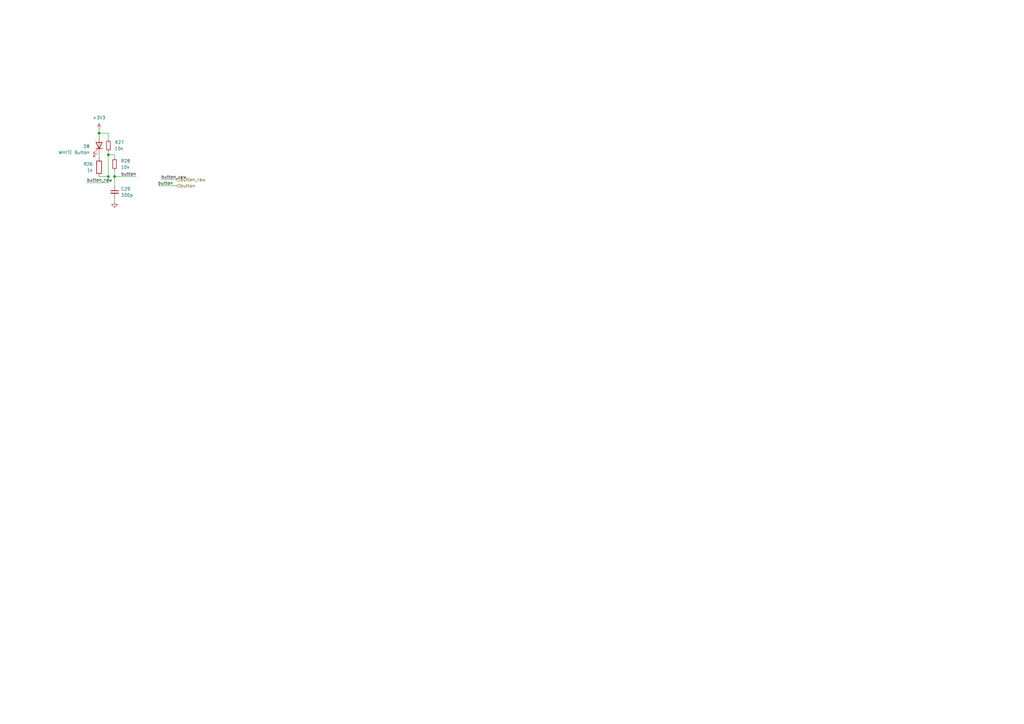
<source format=kicad_sch>
(kicad_sch (version 20250114) (generator "eeschema") (generator_version "9.0")
  (paper "A3")
  (title_block (title "VCU") (date "2025-06-29") (rev "3.0") (company "NTURacing") (comment 1 " 郭哲明 Jack Kuo, Jerrymk, ML Tsou") (comment 2 "Electrical group"))
  (lib_symbols
    (symbol "Device:C_Small" (pin_numbers (hide yes)) (pin_names (offset 0.254) (hide yes))
      (property "Reference" "C" (at 0.254 1.778 0))
      (property "Value" "C_Small" (at 0.254 -2.032 0))
      (symbol "C_Small_0_1"
        (polyline (pts (xy -1.524 0.508) (xy 1.524 0.508)) (stroke (width 0.3048)))
        (polyline (pts (xy -1.524 -0.508) (xy 1.524 -0.508)) (stroke (width 0.3302)))
      )
      (symbol "C_Small_1_1"
        (pin passive line (at 0 2.54 270) (length 2.032) (name "~") (number "1"))
        (pin passive line (at 0 -2.54 90) (length 2.032) (name "~") (number "2"))
      )
    )
    (symbol "Device:LED" (pin_numbers (hide yes)) (pin_names (offset 1.016) (hide yes))
      (property "Reference" "D" (at 0 2.54 0))
      (property "Value" "LED" (at 0 -2.54 0))
      (symbol "LED_0_1"
        (polyline (pts (xy -3.048 -0.762) (xy -4.572 -2.286) (xy -3.81 -2.286) (xy -4.572 -2.286) (xy -4.572 -1.524)))
        (polyline (pts (xy -1.778 -0.762) (xy -3.302 -2.286) (xy -2.54 -2.286) (xy -3.302 -2.286) (xy -3.302 -1.524)))
        (polyline (pts (xy -1.27 0) (xy 1.27 0)))
        (polyline (pts (xy -1.27 -1.27) (xy -1.27 1.27)) (stroke (width 0.254)))
        (polyline (pts (xy 1.27 -1.27) (xy 1.27 1.27) (xy -1.27 0) (xy 1.27 -1.27)) (stroke (width 0.254)))
      )
      (symbol "LED_1_1"
        (pin passive line (at -3.81 0 0) (length 2.54) (name "K") (number "1"))
        (pin passive line (at 3.81 0 180) (length 2.54) (name "A") (number "2"))
      )
    )
    (symbol "Device:R" (pin_numbers (hide yes)) (pin_names (offset 0))
      (property "Reference" "R" (at 2.032 0 90))
      (property "Value" "R" (at 0 0 90))
      (symbol "R_0_1"
        (rectangle (start -1.016 -2.54) (end 1.016 2.54) (stroke (width 0.254)))
      )
      (symbol "R_1_1"
        (pin passive line (at 0 3.81 270) (length 1.27) (name "~") (number "1"))
        (pin passive line (at 0 -3.81 90) (length 1.27) (name "~") (number "2"))
      )
    )
    (symbol "Device:R_Small" (pin_numbers (hide yes)) (pin_names (offset 0.254) (hide yes))
      (property "Reference" "R" (at 0.762 0.508 0))
      (property "Value" "R_Small" (at 0.762 -1.016 0))
      (symbol "R_Small_0_1"
        (rectangle (start -0.762 1.778) (end 0.762 -1.778) (stroke (width 0.2032)))
      )
      (symbol "R_Small_1_1"
        (pin passive line (at 0 2.54 270) (length 0.762) (name "~") (number "1"))
        (pin passive line (at 0 -2.54 90) (length 0.762) (name "~") (number "2"))
      )
    )
    (symbol "power:+3V3" (power) (pin_numbers (hide yes)) (pin_names (offset 0) (hide yes))
      (property "Value" "+3V3" (at 0 3.556 0))
      (symbol "+3V3_0_1"
        (polyline (pts (xy -0.762 1.27) (xy 0 2.54)))
        (polyline (pts (xy 0 2.54) (xy 0.762 1.27)))
        (polyline (pts (xy 0 0) (xy 0 2.54)))
      )
      (symbol "+3V3_1_1"
        (pin power_in line (at 0 0 90) (length 0) (name "~") (number "1"))
      )
    )
    (symbol "power:GND" (power) (pin_numbers (hide yes)) (pin_names (offset 0) (hide yes))
      (property "Value" "GND" (at 0 -3.81 0))
      (symbol "GND_0_1"
        (polyline (pts (xy 0 0) (xy 0 -1.27) (xy 1.27 -1.27) (xy 0 -2.54) (xy -1.27 -1.27) (xy 0 -1.27)))
      )
      (symbol "GND_1_1"
        (pin power_in line (at 0 0 270) (length 0) (name "~") (number "1"))
      )
    )
  )
  (junction (at 44.45 63.5))
  (junction (at 46.99 72.39))
  (junction (at 44.45 72.39))
  (junction (at 40.64 54.61))
  (wire (pts (xy 46.99 63.5) (xy 46.99 64.77)))
  (wire (pts (xy 64.77 76.2) (xy 72.39 76.2)))
  (wire (pts (xy 46.99 82.55) (xy 46.99 81.28)))
  (wire (pts (xy 40.64 54.61) (xy 40.64 55.88)))
  (wire (pts (xy 66.04 73.66) (xy 72.39 73.66)))
  (wire (pts (xy 46.99 69.85) (xy 46.99 72.39)))
  (wire (pts (xy 40.64 53.34) (xy 40.64 54.61)))
  (wire (pts (xy 44.45 63.5) (xy 44.45 72.39)))
  (wire (pts (xy 44.45 54.61) (xy 40.64 54.61)))
  (wire (pts (xy 44.45 62.23) (xy 44.45 63.5)))
  (wire (pts (xy 55.88 72.39) (xy 46.99 72.39)))
  (wire (pts (xy 46.99 63.5) (xy 44.45 63.5)))
  (wire (pts (xy 44.45 57.15) (xy 44.45 54.61)))
  (wire (pts (xy 44.45 74.93) (xy 44.45 72.39)))
  (wire (pts (xy 40.64 72.39) (xy 44.45 72.39)))
  (wire (pts (xy 46.99 72.39) (xy 46.99 76.2)))
  (wire (pts (xy 35.56 74.93) (xy 44.45 74.93)))
  (wire (pts (xy 40.64 64.77) (xy 40.64 63.5)))
  (label "button_raw" (at 66.04 73.66 0))
  (label "button" (at 64.77 76.2 0))
  (label "button_raw" (at 35.56 74.93 0))
  (label "button" (at 55.88 72.39 180))
  (hierarchical_label "button" (shape input) (at 72.39 76.2 0))
  (hierarchical_label "button_raw" (shape input) (at 72.39 73.66 0))
  (symbol (lib_id "Device:R_Small") (at 44.45 59.69 180) (unit 1)
    (property "Reference" "R18" (at 46.99 58.42 0) (effects (justify right)))
    (property "Value" "10k" (at 46.99 60.96 0) (effects (justify right)))
    (property "Footprint" "Resistor_SMD:R_0402_1005Metric" (effects (hide yes)))
    (property "Description" "Resistor, small symbol" (effects (hide yes)))
    (instances (project "VCU" (path "" (reference "R27") (unit 1)) (path "" (reference "R33") (unit 1)) (path "" (reference "R21") (unit 1)) (path "" (reference "R18") (unit 1)) (path "" (reference "R24") (unit 1)) (path "" (reference "R36") (unit 1)) (path "" (reference "R30") (unit 1))))
  )
  (symbol (lib_id "power:+3V3") (at 40.64 53.34 0) (unit 1)
    (property "Reference" "#PWR056" (effects (hide yes)))
    (property "Value" "+3V3" (at 40.64 48.26 0))
    (property "Description" "Power symbol creates a global label with name \"+3V3\"" (effects (hide yes)))
    (instances (project "VCU" (path "" (reference "#PWR062") (unit 1)) (path "" (reference "#PWR066") (unit 1)) (path "" (reference "#PWR058") (unit 1)) (path "" (reference "#PWR056") (unit 1)) (path "" (reference "#PWR060") (unit 1)) (path "" (reference "#PWR068") (unit 1)) (path "" (reference "#PWR064") (unit 1))))
  )
  (symbol (lib_id "Device:R_Small") (at 46.99 67.31 180) (unit 1)
    (property "Reference" "R19" (at 49.53 66.04 0) (effects (justify right)))
    (property "Value" "10k" (at 49.53 68.58 0) (effects (justify right)))
    (property "Footprint" "Resistor_SMD:R_0402_1005Metric" (effects (hide yes)))
    (property "Description" "Resistor, small symbol" (effects (hide yes)))
    (instances (project "VCU" (path "" (reference "R28") (unit 1)) (path "" (reference "R34") (unit 1)) (path "" (reference "R22") (unit 1)) (path "" (reference "R19") (unit 1)) (path "" (reference "R25") (unit 1)) (path "" (reference "R37") (unit 1)) (path "" (reference "R31") (unit 1))))
  )
  (symbol (lib_id "Device:R") (at 40.64 68.58 0) (mirror y) (unit 1)
    (property "Reference" "R17" (at 38.1 67.31 0) (effects (justify left)))
    (property "Value" "1k" (at 38.1 69.85 0) (effects (justify left)))
    (property "Footprint" "Resistor_SMD:R_0402_1005Metric" (effects (hide yes)))
    (property "Description" "Resistor" (effects (hide yes)))
    (instances (project "VCU" (path "" (reference "R26") (unit 1)) (path "" (reference "R32") (unit 1)) (path "" (reference "R20") (unit 1)) (path "" (reference "R17") (unit 1)) (path "" (reference "R23") (unit 1)) (path "" (reference "R35") (unit 1)) (path "" (reference "R29") (unit 1))))
  )
  (symbol (lib_id "power:GND") (at 46.99 82.55 0) (unit 1)
    (property "Reference" "#PWR057" (effects (hide yes)))
    (property "Value" "GND" (effects (hide yes)))
    (property "Description" "Power symbol creates a global label with name \"GND\" , ground" (effects (hide yes)))
    (instances (project "VCU" (path "" (reference "#PWR063") (unit 1)) (path "" (reference "#PWR067") (unit 1)) (path "" (reference "#PWR059") (unit 1)) (path "" (reference "#PWR057") (unit 1)) (path "" (reference "#PWR061") (unit 1)) (path "" (reference "#PWR069") (unit 1)) (path "" (reference "#PWR065") (unit 1))))
  )
  (symbol (lib_id "Device:LED") (at 40.64 59.69 270) (mirror x) (unit 1)
    (property "Reference" "D5" (at 36.83 60.0075 90) (effects (justify right)))
    (property "Value" "WHITE Button" (at 36.83 62.5475 90) (effects (justify right)))
    (property "Footprint" "LED_SMD:LED_0603_1608Metric" (effects (hide yes)))
    (property "Description" "Light emitting diode" (effects (hide yes)))
    (instances (project "VCU" (path "" (reference "D8") (unit 1)) (path "" (reference "D10") (unit 1)) (path "" (reference "D6") (unit 1)) (path "" (reference "D5") (unit 1)) (path "" (reference "D7") (unit 1)) (path "" (reference "D11") (unit 1)) (path "" (reference "D9") (unit 1))))
  )
  (symbol (lib_id "Device:C_Small") (at 46.99 78.74 0) (unit 1)
    (property "Reference" "C26" (at 49.53 77.4763 0) (effects (justify left)))
    (property "Value" "330p" (at 49.53 80.0163 0) (effects (justify left)))
    (property "Footprint" "Capacitor_SMD:C_0402_1005Metric" (effects (hide yes)))
    (property "Description" "Unpolarized capacitor, small symbol" (effects (hide yes)))
    (instances (project "VCU" (path "" (reference "C29") (unit 1)) (path "" (reference "C31") (unit 1)) (path "" (reference "C27") (unit 1)) (path "" (reference "C26") (unit 1)) (path "" (reference "C28") (unit 1)) (path "" (reference "C32") (unit 1)) (path "" (reference "C30") (unit 1))))
  )
)
</source>
